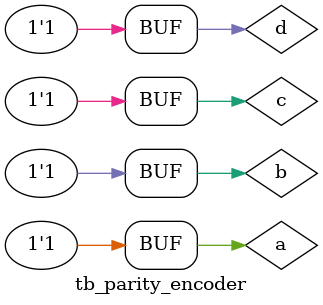
<source format=v>
module tb_parity_encoder;
    reg a, b, c, d;
    wire P;

    parity_encoder_gate pe (P, a, b, c, d);

    initial begin

        a=0; b=0; c=0; d=0; #50;
        a=0; b=0; c=0; d=1; #50;
        a=0; b=0; c=1; d=0; #50;
        a=0; b=0; c=1; d=1; #50;
        a=0; b=1; c=0; d=0; #50;
        a=0; b=1; c=0; d=1; #50;
        a=0; b=1; c=1; d=0; #50;
        a=0; b=1; c=1; d=1; #50;
        a=1; b=0; c=0; d=0; #50;
        a=1; b=0; c=0; d=1; #50;
        a=1; b=0; c=1; d=0; #50;
        a=1; b=0; c=1; d=1; #50;
        a=1; b=1; c=0; d=0; #50;
        a=1; b=1; c=0; d=1; #50;
        a=1; b=1; c=1; d=0; #50;
        a=1; b=1; c=1; d=1; #50;
     
    end
endmodule


</source>
